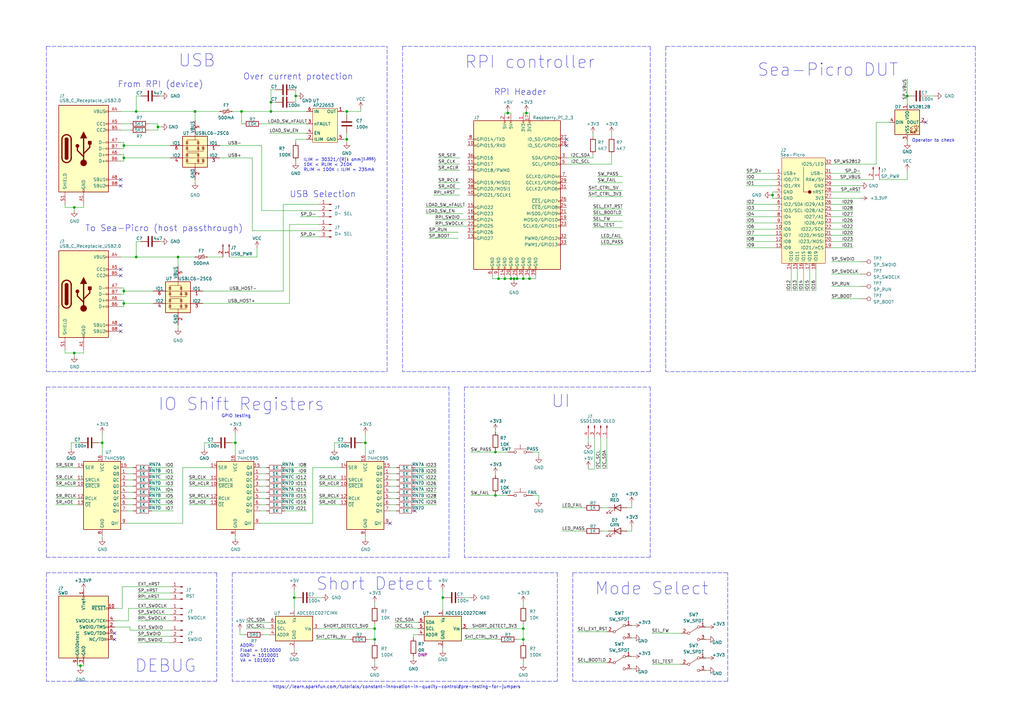
<source format=kicad_sch>
(kicad_sch (version 20211123) (generator eeschema)
  (paper "A3")
  (title_block (title "Sea-Picro Test Fixture") (date "2022-07-14") (rev "0.1") (company "Josh Johnson"))
  (junction (at 55.88 105.41))
  (junction (at 41.91 181.61))
  (junction (at 99.06 45.72))
  (junction (at 203.2 185.42))
  (junction (at 214.63 262.255))
  (junction (at 96.52 181.61))
  (junction (at 142.24 45.72))
  (junction (at 111.125 45.72))
  (junction (at 209.55 114.3))
  (junction (at 153.67 257.81))
  (junction (at 215.9 46.355))
  (junction (at 210.82 114.3))
  (junction (at 30.48 85.09))
  (junction (at 217.17 114.3))
  (junction (at 149.86 181.61))
  (junction (at 121.285 39.37))
  (junction (at 214.63 114.3))
  (junction (at 30.48 144.78))
  (junction (at 142.24 57.15))
  (junction (at 33.02 273.05))
  (junction (at 64.77 52.07))
  (junction (at 50.8 64.77))
  (junction (at 208.28 46.355))
  (junction (at 73.025 105.41))
  (junction (at 214.63 257.81))
  (junction (at 316.865 80.01))
  (junction (at 120.65 245.11))
  (junction (at 153.67 262.255))
  (junction (at 50.8 119.38))
  (junction (at 80.01 45.72))
  (junction (at 50.8 124.46))
  (junction (at 207.01 114.3))
  (junction (at 181.61 245.11))
  (junction (at 55.88 45.72))
  (junction (at 203.2 203.2))
  (junction (at 111.125 41.91))
  (junction (at 372.11 39.37))
  (junction (at 50.8 59.69))
  (junction (at 212.09 114.3))
  (junction (at 204.47 114.3))
  (no_connect (at 49.53 133.35))
  (no_connect (at 160.02 214.63))
  (no_connect (at 379.73 50.165))
  (no_connect (at 49.53 135.89))
  (no_connect (at 49.53 110.49))
  (no_connect (at 49.53 73.66))
  (no_connect (at 170.18 209.55))
  (no_connect (at 49.53 113.03))
  (no_connect (at 49.53 76.2))
  (no_connect (at 46.99 262.255))
  (no_connect (at 46.99 259.715))
  (no_connect (at 232.41 57.15))
  (no_connect (at 232.41 59.69))
  (wire (pts (xy 306.07 76.2) (xy 318.135 76.2)))
  (wire (pts (xy 74.93 214.63) (xy 74.93 191.77)))
  (wire (pts (xy 99.06 45.72) (xy 99.06 50.8)))
  (wire (pts (xy 53.34 258.445) (xy 53.34 257.175)))
  (wire (pts (xy 153.67 257.81) (xy 153.67 262.255)))
  (wire (pts (xy 201.93 114.3) (xy 204.47 114.3)))
  (wire (pts (xy 26.67 143.51) (xy 26.67 144.78)))
  (wire (pts (xy 259.08 206.375) (xy 259.08 208.28)))
  (wire (pts (xy 340.995 76.2) (xy 353.06 76.2)))
  (wire (pts (xy 50.8 118.11) (xy 50.8 119.38)))
  (wire (pts (xy 147.955 44.45) (xy 147.955 45.72)))
  (wire (pts (xy 160.02 201.93) (xy 162.56 201.93)))
  (wire (pts (xy 60.96 53.34) (xy 64.77 53.34)))
  (wire (pts (xy 189.865 245.11) (xy 193.04 245.11)))
  (wire (pts (xy 116.84 209.55) (xy 125.73 209.55)))
  (wire (pts (xy 243.205 88.265) (xy 255.27 88.265)))
  (wire (pts (xy 73.025 105.41) (xy 80.01 105.41)))
  (wire (pts (xy 203.2 185.42) (xy 208.28 185.42)))
  (wire (pts (xy 174.625 87.63) (xy 189.865 87.63)))
  (wire (pts (xy 178.435 90.17) (xy 191.77 90.17)))
  (wire (pts (xy 40.64 181.61) (xy 41.91 181.61)))
  (wire (pts (xy 50.8 66.04) (xy 49.53 66.04)))
  (wire (pts (xy 203.2 184.785) (xy 203.2 185.42)))
  (wire (pts (xy 189.865 85.09) (xy 174.625 85.09)))
  (wire (pts (xy 334.645 110.49) (xy 334.645 119.38)))
  (wire (pts (xy 99.06 45.72) (xy 111.125 45.72)))
  (wire (pts (xy 22.86 204.47) (xy 31.75 204.47)))
  (wire (pts (xy 209.55 114.3) (xy 210.82 114.3)))
  (wire (pts (xy 306.07 86.36) (xy 318.135 86.36)))
  (wire (pts (xy 175.895 95.25) (xy 187.96 95.25)))
  (wire (pts (xy 306.07 99.06) (xy 318.135 99.06)))
  (wire (pts (xy 181.61 250.19) (xy 181.61 245.11)))
  (wire (pts (xy 50.165 240.665) (xy 50.165 249.555)))
  (wire (pts (xy 116.84 207.01) (xy 125.73 207.01)))
  (polyline (pts (xy 273.05 19.05) (xy 273.05 152.4)))
  (wire (pts (xy 26.67 85.09) (xy 30.48 85.09)))
  (polyline (pts (xy 400.05 19.05) (xy 400.05 152.4)))
  (wire (pts (xy 110.49 255.27) (xy 100.965 255.27)))
  (wire (pts (xy 316.865 81.28) (xy 316.865 80.01)))
  (wire (pts (xy 181.61 245.11) (xy 182.245 245.11)))
  (wire (pts (xy 56.515 263.525) (xy 69.85 263.525)))
  (wire (pts (xy 52.705 249.555) (xy 69.85 249.555)))
  (wire (pts (xy 248.92 179.705) (xy 248.92 192.405)))
  (wire (pts (xy 111.125 41.91) (xy 113.03 41.91)))
  (wire (pts (xy 52.07 199.39) (xy 54.61 199.39)))
  (wire (pts (xy 179.705 67.31) (xy 188.595 67.31)))
  (wire (pts (xy 111.125 36.83) (xy 111.125 41.91)))
  (wire (pts (xy 96.52 219.71) (xy 96.52 220.98)))
  (polyline (pts (xy 95.25 234.95) (xy 95.25 279.4)))
  (wire (pts (xy 340.995 88.9) (xy 349.885 88.9)))
  (wire (pts (xy 128.27 214.63) (xy 128.27 191.77)))
  (wire (pts (xy 170.18 201.93) (xy 179.07 201.93)))
  (wire (pts (xy 65.405 99.06) (xy 66.04 99.06)))
  (wire (pts (xy 96.52 181.61) (xy 96.52 177.8)))
  (wire (pts (xy 116.84 199.39) (xy 125.73 199.39)))
  (wire (pts (xy 111.125 45.72) (xy 125.73 45.72)))
  (wire (pts (xy 29.21 181.61) (xy 29.21 184.15)))
  (wire (pts (xy 245.11 72.39) (xy 255.27 72.39)))
  (wire (pts (xy 116.84 204.47) (xy 125.73 204.47)))
  (wire (pts (xy 153.67 257.81) (xy 153.67 255.905)))
  (wire (pts (xy 107.315 86.36) (xy 130.81 86.36)))
  (wire (pts (xy 30.48 144.78) (xy 34.29 144.78)))
  (polyline (pts (xy 19.05 152.4) (xy 158.75 152.4)))
  (wire (pts (xy 160.02 196.85) (xy 162.56 196.85)))
  (wire (pts (xy 214.63 257.81) (xy 214.63 255.905)))
  (wire (pts (xy 50.165 249.555) (xy 46.99 249.555)))
  (wire (pts (xy 181.61 265.43) (xy 181.61 266.7)))
  (wire (pts (xy 246.38 100.33) (xy 255.27 100.33)))
  (wire (pts (xy 107.315 59.69) (xy 107.315 86.36)))
  (wire (pts (xy 316.865 78.74) (xy 318.135 78.74)))
  (wire (pts (xy 247.015 217.805) (xy 249.555 217.805)))
  (wire (pts (xy 267.335 259.715) (xy 279.4 259.715)))
  (wire (pts (xy 171.45 257.81) (xy 161.925 257.81)))
  (wire (pts (xy 212.09 113.03) (xy 212.09 114.3)))
  (wire (pts (xy 130.81 92.075) (xy 118.745 92.075)))
  (wire (pts (xy 80.01 45.72) (xy 80.01 49.53)))
  (wire (pts (xy 380.365 39.37) (xy 383.54 39.37)))
  (wire (pts (xy 178.435 92.71) (xy 191.77 92.71)))
  (wire (pts (xy 49.53 58.42) (xy 50.8 58.42)))
  (wire (pts (xy 218.44 185.42) (xy 220.98 185.42)))
  (polyline (pts (xy 190.5 158.75) (xy 266.7 158.75)))
  (wire (pts (xy 99.695 50.8) (xy 99.06 50.8)))
  (polyline (pts (xy 234.95 279.4) (xy 298.45 279.4)))
  (polyline (pts (xy 298.45 279.4) (xy 298.45 234.95)))
  (wire (pts (xy 232.41 67.31) (xy 250.825 67.31)))
  (wire (pts (xy 149.86 181.61) (xy 149.86 177.8)))
  (wire (pts (xy 169.545 261.62) (xy 169.545 260.35)))
  (wire (pts (xy 62.23 207.01) (xy 71.12 207.01)))
  (wire (pts (xy 77.47 199.39) (xy 86.36 199.39)))
  (wire (pts (xy 116.84 194.31) (xy 125.73 194.31)))
  (wire (pts (xy 219.71 114.3) (xy 219.71 113.03)))
  (wire (pts (xy 56.515 260.985) (xy 69.85 260.985)))
  (wire (pts (xy 53.34 257.175) (xy 46.99 257.175)))
  (polyline (pts (xy 88.9 234.95) (xy 88.9 279.4)))
  (wire (pts (xy 215.9 45.72) (xy 215.9 46.355)))
  (wire (pts (xy 259.08 274.32) (xy 259.715 274.32)))
  (wire (pts (xy 65.405 39.37) (xy 66.04 39.37)))
  (wire (pts (xy 120.65 36.83) (xy 121.285 36.83)))
  (wire (pts (xy 306.07 73.66) (xy 318.135 73.66)))
  (wire (pts (xy 217.17 113.03) (xy 217.17 114.3)))
  (wire (pts (xy 340.995 112.395) (xy 353.06 112.395)))
  (wire (pts (xy 128.27 191.77) (xy 139.7 191.77)))
  (wire (pts (xy 245.11 74.93) (xy 255.27 74.93)))
  (wire (pts (xy 243.84 192.405) (xy 243.84 179.705)))
  (wire (pts (xy 203.2 176.53) (xy 203.2 177.165)))
  (wire (pts (xy 179.705 69.85) (xy 188.595 69.85)))
  (wire (pts (xy 289.56 269.875) (xy 290.195 269.875)))
  (wire (pts (xy 52.07 204.47) (xy 54.61 204.47)))
  (wire (pts (xy 55.88 45.72) (xy 80.01 45.72)))
  (wire (pts (xy 214.63 114.3) (xy 217.17 114.3)))
  (wire (pts (xy 120.65 250.19) (xy 120.65 245.11)))
  (wire (pts (xy 116.84 201.93) (xy 125.73 201.93)))
  (wire (pts (xy 215.9 46.355) (xy 217.17 46.355)))
  (polyline (pts (xy 266.7 152.4) (xy 165.1 152.4)))
  (wire (pts (xy 49.53 45.72) (xy 55.88 45.72)))
  (wire (pts (xy 208.28 46.355) (xy 209.55 46.355)))
  (wire (pts (xy 142.24 54.61) (xy 142.24 57.15)))
  (wire (pts (xy 214.63 46.355) (xy 215.9 46.355)))
  (wire (pts (xy 123.19 97.155) (xy 130.81 97.155)))
  (polyline (pts (xy 165.1 19.05) (xy 165.1 152.4)))
  (wire (pts (xy 96.52 186.69) (xy 96.52 181.61)))
  (wire (pts (xy 53.34 53.34) (xy 49.53 53.34)))
  (wire (pts (xy 103.505 94.615) (xy 103.505 64.77)))
  (wire (pts (xy 66.04 52.07) (xy 64.77 52.07)))
  (wire (pts (xy 130.81 196.85) (xy 139.7 196.85)))
  (wire (pts (xy 259.08 269.24) (xy 259.715 269.24)))
  (wire (pts (xy 207.01 113.03) (xy 207.01 114.3)))
  (wire (pts (xy 130.81 207.01) (xy 139.7 207.01)))
  (wire (pts (xy 243.205 64.77) (xy 243.205 63.5)))
  (polyline (pts (xy 273.05 19.05) (xy 400.05 19.05)))
  (wire (pts (xy 55.88 99.06) (xy 55.88 105.41)))
  (wire (pts (xy 31.75 272.415) (xy 31.75 273.05)))
  (wire (pts (xy 41.91 186.69) (xy 41.91 181.61)))
  (wire (pts (xy 62.23 209.55) (xy 71.12 209.55)))
  (wire (pts (xy 306.07 88.9) (xy 318.135 88.9)))
  (wire (pts (xy 212.09 114.3) (xy 214.63 114.3)))
  (wire (pts (xy 218.44 203.2) (xy 220.98 203.2)))
  (wire (pts (xy 160.02 191.77) (xy 162.56 191.77)))
  (wire (pts (xy 236.855 271.78) (xy 248.92 271.78)))
  (wire (pts (xy 214.63 113.03) (xy 214.63 114.3)))
  (wire (pts (xy 340.995 122.555) (xy 353.06 122.555)))
  (wire (pts (xy 62.23 204.47) (xy 71.12 204.47)))
  (wire (pts (xy 106.68 194.31) (xy 109.22 194.31)))
  (wire (pts (xy 52.705 254.635) (xy 52.705 249.555)))
  (wire (pts (xy 56.515 243.205) (xy 69.85 243.205)))
  (wire (pts (xy 267.335 272.415) (xy 279.4 272.415)))
  (wire (pts (xy 83.185 119.38) (xy 116.205 119.38)))
  (wire (pts (xy 106.68 204.47) (xy 109.22 204.47)))
  (wire (pts (xy 153.67 247.015) (xy 153.67 248.285)))
  (wire (pts (xy 217.17 114.3) (xy 219.71 114.3)))
  (wire (pts (xy 209.55 113.03) (xy 209.55 114.3)))
  (wire (pts (xy 207.01 114.3) (xy 209.55 114.3)))
  (wire (pts (xy 214.63 46.355) (xy 214.63 46.99)))
  (wire (pts (xy 306.07 96.52) (xy 318.135 96.52)))
  (wire (pts (xy 31.75 273.05) (xy 33.02 273.05)))
  (polyline (pts (xy 19.05 158.75) (xy 184.15 158.75)))
  (wire (pts (xy 220.98 185.42) (xy 220.98 187.325)))
  (wire (pts (xy 203.2 203.2) (xy 208.28 203.2)))
  (wire (pts (xy 250.825 54.61) (xy 250.825 55.88)))
  (wire (pts (xy 22.86 207.01) (xy 31.75 207.01)))
  (wire (pts (xy 170.18 191.77) (xy 179.07 191.77)))
  (wire (pts (xy 50.8 124.46) (xy 62.865 124.46)))
  (wire (pts (xy 49.53 105.41) (xy 55.88 105.41)))
  (wire (pts (xy 128.905 245.11) (xy 132.08 245.11)))
  (wire (pts (xy 41.91 219.71) (xy 41.91 220.98)))
  (wire (pts (xy 340.995 101.6) (xy 349.885 101.6)))
  (wire (pts (xy 55.88 99.06) (xy 57.785 99.06)))
  (wire (pts (xy 77.47 207.01) (xy 86.36 207.01)))
  (wire (pts (xy 60.96 50.8) (xy 64.77 50.8)))
  (wire (pts (xy 149.86 219.71) (xy 149.86 220.98)))
  (polyline (pts (xy 234.95 234.95) (xy 234.95 279.4)))
  (wire (pts (xy 98.425 258.445) (xy 98.425 260.35)))
  (wire (pts (xy 130.81 257.81) (xy 153.67 257.81)))
  (wire (pts (xy 120.65 241.935) (xy 120.65 245.11)))
  (wire (pts (xy 106.68 199.39) (xy 109.22 199.39)))
  (wire (pts (xy 123.19 88.9) (xy 130.81 88.9)))
  (wire (pts (xy 52.07 201.93) (xy 54.61 201.93)))
  (wire (pts (xy 316.23 80.01) (xy 316.865 80.01)))
  (wire (pts (xy 87.63 181.61) (xy 83.82 181.61)))
  (wire (pts (xy 56.515 245.745) (xy 69.85 245.745)))
  (wire (pts (xy 177.8 80.01) (xy 188.595 80.01)))
  (wire (pts (xy 129.54 262.255) (xy 143.51 262.255)))
  (wire (pts (xy 289.56 274.955) (xy 290.195 274.955)))
  (polyline (pts (xy 19.05 158.75) (xy 19.05 228.6)))
  (wire (pts (xy 83.185 124.46) (xy 118.745 124.46)))
  (wire (pts (xy 247.015 208.28) (xy 249.555 208.28)))
  (wire (pts (xy 118.745 92.075) (xy 118.745 124.46)))
  (wire (pts (xy 50.8 64.77) (xy 50.8 66.04)))
  (wire (pts (xy 214.63 262.255) (xy 214.63 263.525)))
  (wire (pts (xy 306.07 93.98) (xy 318.135 93.98)))
  (wire (pts (xy 306.07 101.6) (xy 318.135 101.6)))
  (wire (pts (xy 190.5 262.255) (xy 204.47 262.255)))
  (wire (pts (xy 116.205 119.38) (xy 116.205 83.82)))
  (wire (pts (xy 22.86 196.85) (xy 31.75 196.85)))
  (wire (pts (xy 121.285 39.37) (xy 121.285 36.83)))
  (polyline (pts (xy 266.7 19.05) (xy 266.7 152.4)))
  (wire (pts (xy 50.8 63.5) (xy 50.8 64.77)))
  (wire (pts (xy 30.48 146.05) (xy 30.48 144.78)))
  (wire (pts (xy 372.11 57.785) (xy 372.11 58.42)))
  (wire (pts (xy 340.995 73.66) (xy 358.14 73.66)))
  (wire (pts (xy 170.18 204.47) (xy 179.07 204.47)))
  (wire (pts (xy 116.84 191.77) (xy 125.73 191.77)))
  (wire (pts (xy 50.8 124.46) (xy 50.8 125.73)))
  (wire (pts (xy 34.29 85.09) (xy 34.29 83.82)))
  (wire (pts (xy 340.995 86.36) (xy 349.885 86.36)))
  (wire (pts (xy 34.29 144.78) (xy 34.29 143.51)))
  (wire (pts (xy 340.995 107.315) (xy 353.06 107.315)))
  (wire (pts (xy 106.68 201.93) (xy 109.22 201.93)))
  (polyline (pts (xy 19.05 228.6) (xy 184.15 228.6)))
  (wire (pts (xy 26.67 83.82) (xy 26.67 85.09)))
  (wire (pts (xy 241.3 80.645) (xy 255.27 80.645)))
  (wire (pts (xy 306.07 91.44) (xy 318.135 91.44)))
  (wire (pts (xy 93.98 105.41) (xy 105.41 105.41)))
  (wire (pts (xy 246.38 97.79) (xy 255.27 97.79)))
  (wire (pts (xy 153.67 271.145) (xy 153.67 272.415)))
  (wire (pts (xy 121.285 39.37) (xy 121.92 39.37)))
  (wire (pts (xy 33.02 181.61) (xy 29.21 181.61)))
  (polyline (pts (xy 266.7 158.75) (xy 266.7 228.6)))
  (wire (pts (xy 160.02 199.39) (xy 162.56 199.39)))
  (wire (pts (xy 372.11 69.85) (xy 372.11 73.66)))
  (wire (pts (xy 340.995 71.12) (xy 353.06 71.12)))
  (polyline (pts (xy 228.6 234.95) (xy 228.6 279.4)))
  (wire (pts (xy 50.8 59.69) (xy 50.8 60.96)))
  (wire (pts (xy 130.81 204.47) (xy 139.7 204.47)))
  (wire (pts (xy 50.8 119.38) (xy 62.865 119.38)))
  (wire (pts (xy 364.49 50.165) (xy 359.41 50.165)))
  (wire (pts (xy 50.8 60.96) (xy 49.53 60.96)))
  (wire (pts (xy 372.11 32.385) (xy 372.11 39.37)))
  (wire (pts (xy 33.02 273.05) (xy 33.02 273.685)))
  (wire (pts (xy 111.125 41.91) (xy 111.125 45.72)))
  (wire (pts (xy 90.17 64.77) (xy 103.505 64.77)))
  (polyline (pts (xy 190.5 158.75) (xy 190.5 228.6)))
  (wire (pts (xy 169.545 269.24) (xy 169.545 269.875)))
  (wire (pts (xy 181.61 241.935) (xy 181.61 245.11)))
  (wire (pts (xy 50.165 240.665) (xy 69.85 240.665)))
  (wire (pts (xy 160.02 209.55) (xy 162.56 209.55)))
  (wire (pts (xy 327.025 110.49) (xy 327.025 119.38)))
  (polyline (pts (xy 184.15 228.6) (xy 184.15 158.75)))
  (wire (pts (xy 230.505 217.805) (xy 239.395 217.805)))
  (wire (pts (xy 318.135 81.28) (xy 316.865 81.28)))
  (wire (pts (xy 160.02 194.31) (xy 162.56 194.31)))
  (wire (pts (xy 204.47 113.03) (xy 204.47 114.3)))
  (wire (pts (xy 106.68 196.85) (xy 109.22 196.85)))
  (wire (pts (xy 316.865 80.01) (xy 316.865 78.74)))
  (wire (pts (xy 210.82 114.3) (xy 210.82 114.935)))
  (wire (pts (xy 193.04 203.2) (xy 203.2 203.2)))
  (wire (pts (xy 142.24 57.15) (xy 140.97 57.15)))
  (wire (pts (xy 340.995 117.475) (xy 353.06 117.475)))
  (polyline (pts (xy 19.05 19.05) (xy 158.75 19.05)))
  (wire (pts (xy 77.47 196.85) (xy 86.36 196.85)))
  (wire (pts (xy 46.99 254.635) (xy 52.705 254.635)))
  (wire (pts (xy 148.59 181.61) (xy 149.86 181.61)))
  (wire (pts (xy 26.67 144.78) (xy 30.48 144.78)))
  (wire (pts (xy 73.025 133.35) (xy 73.025 134.62)))
  (wire (pts (xy 80.01 45.72) (xy 90.17 45.72)))
  (wire (pts (xy 360.68 73.66) (xy 372.11 73.66)))
  (wire (pts (xy 171.45 255.27) (xy 161.925 255.27)))
  (wire (pts (xy 236.855 259.08) (xy 248.92 259.08)))
  (polyline (pts (xy 228.6 279.4) (xy 95.25 279.4)))
  (wire (pts (xy 50.8 125.73) (xy 49.53 125.73)))
  (wire (pts (xy 120.65 245.11) (xy 121.285 245.11)))
  (wire (pts (xy 62.23 201.93) (xy 71.12 201.93)))
  (wire (pts (xy 259.08 261.62) (xy 259.715 261.62)))
  (wire (pts (xy 332.105 110.49) (xy 332.105 119.38)))
  (wire (pts (xy 329.565 110.49) (xy 329.565 119.38)))
  (wire (pts (xy 259.08 215.9) (xy 259.08 217.805)))
  (wire (pts (xy 201.93 113.03) (xy 201.93 114.3)))
  (wire (pts (xy 116.84 196.85) (xy 125.73 196.85)))
  (wire (pts (xy 62.23 194.31) (xy 71.12 194.31)))
  (wire (pts (xy 49.53 123.19) (xy 50.8 123.19)))
  (wire (pts (xy 50.8 64.77) (xy 69.85 64.77)))
  (wire (pts (xy 22.86 191.77) (xy 31.75 191.77)))
  (wire (pts (xy 160.02 204.47) (xy 162.56 204.47)))
  (wire (pts (xy 41.91 181.61) (xy 41.91 177.8)))
  (polyline (pts (xy 19.05 234.95) (xy 88.9 234.95)))
  (wire (pts (xy 142.24 45.72) (xy 142.24 46.99)))
  (wire (pts (xy 62.23 191.77) (xy 71.12 191.77)))
  (wire (pts (xy 142.24 45.72) (xy 147.955 45.72)))
  (wire (pts (xy 50.8 120.65) (xy 49.53 120.65)))
  (wire (pts (xy 137.16 181.61) (xy 137.16 184.15)))
  (wire (pts (xy 232.41 64.77) (xy 243.205 64.77)))
  (wire (pts (xy 340.995 67.31) (xy 359.41 67.31)))
  (wire (pts (xy 85.09 105.41) (xy 91.44 105.41)))
  (wire (pts (xy 34.29 273.05) (xy 34.29 272.415)))
  (wire (pts (xy 30.48 85.09) (xy 34.29 85.09)))
  (wire (pts (xy 241.3 192.405) (xy 243.84 192.405)))
  (wire (pts (xy 306.07 71.12) (xy 318.135 71.12)))
  (polyline (pts (xy 400.05 152.4) (xy 273.05 152.4)))
  (wire (pts (xy 77.47 204.47) (xy 86.36 204.47)))
  (polyline (pts (xy 266.7 228.6) (xy 190.5 228.6)))
  (wire (pts (xy 128.27 214.63) (xy 106.68 214.63)))
  (wire (pts (xy 55.88 105.41) (xy 73.025 105.41)))
  (wire (pts (xy 340.995 81.28) (xy 353.06 81.28)))
  (wire (pts (xy 340.995 96.52) (xy 349.885 96.52)))
  (wire (pts (xy 52.07 191.77) (xy 54.61 191.77)))
  (wire (pts (xy 193.04 185.42) (xy 203.2 185.42)))
  (wire (pts (xy 243.205 85.725) (xy 255.27 85.725)))
  (wire (pts (xy 22.86 199.39) (xy 31.75 199.39)))
  (wire (pts (xy 95.25 45.72) (xy 99.06 45.72)))
  (wire (pts (xy 140.97 181.61) (xy 137.16 181.61)))
  (wire (pts (xy 372.11 39.37) (xy 372.11 42.545)))
  (wire (pts (xy 246.38 179.705) (xy 246.38 192.405)))
  (wire (pts (xy 204.47 114.3) (xy 207.01 114.3)))
  (wire (pts (xy 207.01 46.355) (xy 207.01 46.99)))
  (wire (pts (xy 64.77 50.8) (xy 64.77 52.07)))
  (polyline (pts (xy 19.05 19.05) (xy 19.05 152.4)))
  (wire (pts (xy 142.24 58.42) (xy 142.24 57.15)))
  (wire (pts (xy 170.18 199.39) (xy 179.07 199.39)))
  (wire (pts (xy 74.93 191.77) (xy 86.36 191.77)))
  (wire (pts (xy 52.07 194.31) (xy 54.61 194.31)))
  (wire (pts (xy 257.175 217.805) (xy 259.08 217.805)))
  (wire (pts (xy 55.88 39.37) (xy 55.88 45.72)))
  (wire (pts (xy 106.68 209.55) (xy 109.22 209.55)))
  (wire (pts (xy 217.17 46.355) (xy 217.17 46.99)))
  (wire (pts (xy 49.53 118.11) (xy 50.8 118.11)))
  (wire (pts (xy 33.02 273.05) (xy 34.29 273.05)))
  (wire (pts (xy 52.07 209.55) (xy 54.61 209.55)))
  (wire (pts (xy 170.18 194.31) (xy 179.07 194.31)))
  (wire (pts (xy 107.315 50.8) (xy 125.73 50.8)))
  (wire (pts (xy 340.995 83.82) (xy 349.885 83.82)))
  (wire (pts (xy 52.07 214.63) (xy 74.93 214.63)))
  (wire (pts (xy 50.8 123.19) (xy 50.8 124.46)))
  (wire (pts (xy 64.77 52.07) (xy 64.77 53.34)))
  (wire (pts (xy 169.545 260.35) (xy 171.45 260.35)))
  (wire (pts (xy 153.67 262.255) (xy 153.67 263.525)))
  (wire (pts (xy 73.025 105.41) (xy 73.025 109.22)))
  (polyline (pts (xy 234.95 234.95) (xy 298.45 234.95)))
  (wire (pts (xy 170.18 207.01) (xy 179.07 207.01)))
  (wire (pts (xy 257.175 208.28) (xy 259.08 208.28)))
  (wire (pts (xy 52.07 207.01) (xy 54.61 207.01)))
  (wire (pts (xy 49.53 63.5) (xy 50.8 63.5)))
  (wire (pts (xy 243.205 93.345) (xy 255.27 93.345)))
  (wire (pts (xy 113.03 36.83) (xy 111.125 36.83)))
  (wire (pts (xy 289.56 257.175) (xy 290.195 257.175)))
  (polyline (pts (xy 88.9 279.4) (xy 19.05 279.4)))
  (wire (pts (xy 107.95 260.35) (xy 110.49 260.35)))
  (wire (pts (xy 214.63 247.015) (xy 214.63 248.285)))
  (polyline (pts (xy 19.05 234.95) (xy 19.05 279.4)))
  (wire (pts (xy 179.705 77.47) (xy 188.595 77.47)))
  (wire (pts (xy 359.41 50.165) (xy 359.41 67.31)))
  (wire (pts (xy 151.13 262.255) (xy 153.67 262.255)))
  (wire (pts (xy 372.11 39.37) (xy 372.745 39.37)))
  (wire (pts (xy 214.63 257.81) (xy 214.63 262.255)))
  (wire (pts (xy 170.18 196.85) (xy 179.07 196.85)))
  (wire (pts (xy 121.285 66.04) (xy 121.285 66.675)))
  (wire (pts (xy 50.8 58.42) (xy 50.8 59.69)))
  (wire (pts (xy 62.23 199.39) (xy 71.12 199.39)))
  (wire (pts (xy 121.285 57.15) (xy 125.73 57.15)))
  (wire (pts (xy 340.995 91.44) (xy 349.885 91.44)))
  (wire (pts (xy 83.82 181.61) (xy 83.82 184.15)))
  (wire (pts (xy 121.285 39.37) (xy 121.285 41.91)))
  (polyline (pts (xy 165.1 19.05) (xy 266.7 19.05)))
  (wire (pts (xy 209.55 46.355) (xy 209.55 46.99)))
  (wire (pts (xy 56.515 252.095) (xy 69.85 252.095)))
  (wire (pts (xy 191.77 257.81) (xy 214.63 257.81)))
  (wire (pts (xy 210.82 114.3) (xy 212.09 114.3)))
  (wire (pts (xy 120.65 265.43) (xy 120.65 266.7)))
  (wire (pts (xy 120.65 41.91) (xy 121.285 41.91)))
  (wire (pts (xy 90.17 59.69) (xy 107.315 59.69)))
  (wire (pts (xy 62.23 196.85) (xy 71.12 196.85)))
  (wire (pts (xy 230.505 208.28) (xy 239.395 208.28)))
  (wire (pts (xy 140.97 45.72) (xy 142.24 45.72)))
  (wire (pts (xy 53.34 258.445) (xy 69.85 258.445)))
  (wire (pts (xy 340.995 99.06) (xy 349.885 99.06)))
  (wire (pts (xy 95.25 181.61) (xy 96.52 181.61)))
  (wire (pts (xy 203.2 202.565) (xy 203.2 203.2)))
  (wire (pts (xy 106.68 207.01) (xy 109.22 207.01)))
  (wire (pts (xy 130.81 199.39) (xy 139.7 199.39)))
  (wire (pts (xy 259.08 256.54) (xy 259.715 256.54)))
  (wire (pts (xy 214.63 271.145) (xy 214.63 272.415)))
  (wire (pts (xy 324.485 110.49) (xy 324.485 119.38)))
  (wire (pts (xy 100.33 260.35) (xy 98.425 260.35)))
  (polyline (pts (xy 95.25 234.95) (xy 228.6 234.95)))
  (wire (pts (xy 208.28 45.72) (xy 208.28 46.355)))
  (wire (pts (xy 243.205 54.61) (xy 243.205 55.88)))
  (wire (pts (xy 179.705 74.93) (xy 188.595 74.93)))
  (wire (pts (xy 50.8 119.38) (xy 50.8 120.65)))
  (wire (pts (xy 110.49 54.61) (xy 125.73 54.61)))
  (wire (pts (xy 105.41 101.6) (xy 105.41 105.41)))
  (wire (pts (xy 30.48 86.36) (xy 30.48 85.09)))
  (wire (pts (xy 203.2 194.31) (xy 203.2 194.945)))
  (wire (pts (xy 53.34 50.8) (xy 49.53 50.8)))
  (wire (pts (xy 116.205 83.82) (xy 130.81 83.82)))
  (wire (pts (xy 175.895 97.79) (xy 187.96 97.79)))
  (wire (pts (xy 306.07 83.82) (xy 318.135 83.82)))
  (wire (pts (xy 56.515 254.635) (xy 69.85 254.635)))
  (wire (pts (xy 149.86 186.69) (xy 149.86 181.61)))
  (wire (pts (xy 220.98 203.2) (xy 220.98 205.105)))
  (wire (pts (xy 110.49 257.81) (xy 100.965 257.81)))
  (wire (pts (xy 130.81 94.615) (xy 103.505 94.615)))
  (wire (pts (xy 208.28 46.355) (xy 207.01 46.355)))
  (wire (pts (xy 241.3 179.705) (xy 241.3 181.61)))
  (polyline (pts (xy 158.75 152.4) (xy 158.75 19.05)))
  (wire (pts (xy 289.56 262.255) (xy 290.195 262.255)))
  (wire (pts (xy 55.88 39.37) (xy 57.785 39.37)))
  (wire (pts (xy 241.3 78.105) (xy 255.27 78.105)))
  (wire (pts (xy 179.705 64.77) (xy 188.595 64.77)))
  (wire (pts (xy 80.01 73.66) (xy 80.01 74.93)))
  (wire (pts (xy 106.68 191.77) (xy 109.22 191.77)))
  (wire (pts (xy 212.09 262.255) (xy 214.63 262.255)))
  (wire (pts (xy 241.3 191.77) (xy 241.3 192.405)))
  (wire (pts (xy 52.07 196.85) (xy 54.61 196.85)))
  (wire (pts (xy 50.8 59.69) (xy 69.85 59.69)))
  (wire (pts (xy 250.825 63.5) (xy 250.825 67.31)))
  (wire (pts (xy 243.205 90.805) (xy 255.27 90.805)))
  (wire (pts (xy 121.285 58.42) (xy 121.285 57.15)))
  (wire (pts (xy 340.995 93.98) (xy 349.885 93.98)))
  (wire (pts (xy 160.02 207.01) (xy 162.56 207.01)))
  (wire (pts (xy 340.995 78.74) (xy 353.06 78.74)))
  (text "Operator to check" (at 374.015 58.42 0) (effects (font (size 1.27 1.27)) (justify left bottom)))
  (text "ILIM = 30321/(R[k ohm]^{1.055})\n10K < RLIM < 210K\nRLIM = 100K : ILIM = 235mA" (at 124.46 70.485 0) (effects (font (size 1.27 1.27)) (justify left bottom)))
  (text "Short Detect" (at 129.54 242.57 0) (effects (font (size 5.08 5.08)) (justify left bottom)))
  (text "GPIO testing" (at 90.805 171.45 0) (effects (font (size 1.27 1.27)) (justify left bottom)))
  (text "RPI Header" (at 202.565 39.37 0) (effects (font (size 2.54 2.54)) (justify left bottom)))
  (text "DEBUG" (at 55.245 276.225 0) (effects (font (size 5.08 5.08)) (justify left bottom)))
  (text "Sea-Picro DUT" (at 310.515 31.75 0) (effects (font (size 5.08 5.08)) (justify left bottom)))
  (text "Mode Select" (at 243.84 244.475 0) (effects (font (size 5.08 5.08)) (justify left bottom)))
  (text "RPI controller" (at 190.5 28.575 0) (effects (font (size 5.08 5.08)) (justify left bottom)))
  (text "https://learn.sparkfun.com/tutorials/constant-innovation-in-quality-control#pre-testing-for-jumpers" (at 111.76 282.575 0) (effects (font (size 1.27 1.27)) (justify left bottom)))
  (text "ADDR:\nFloat = 1010000\nGND = 1010001\nVA = 1010010" (at 98.425 271.78 0) (effects (font (size 1.27 1.27)) (justify left bottom)))
  (text "USB" (at 73.025 27.94 0) (effects (font (size 5.08 5.08)) (justify left bottom)))
  (text "UI" (at 226.06 167.64 0) (effects (font (size 5.08 5.08)) (justify left bottom)))
  (text "IO Shift Registers" (at 64.77 168.91 0) (effects (font (size 5.08 5.08)) (justify left bottom)))
  (text "From RPI (device)" (at 48.26 36.195 0) (effects (font (size 2.54 2.54)) (justify left bottom)))
  (text "To Sea-Picro (host passthrough)" (at 34.925 95.25 0) (effects (font (size 2.54 2.54)) (justify left bottom)))
  (text "USB Selection" (at 118.745 81.28 0) (effects (font (size 2.54 2.54)) (justify left bottom)))
  (text "Over current protection" (at 99.695 33.02 0) (effects (font (size 2.54 2.54)) (justify left bottom)))
  (label "SHT_CTRL_5V" (at 129.54 262.255 0))
  (label "IO6" (at 71.12 207.01 180))
  (label "IO1" (at 71.12 194.31 180))
  (label "LED_FAIL" (at 246.38 97.79 0))
  (label "IO7" (at 306.07 96.52 0))
  (label "IO22" (at 349.885 93.98 180))
  (label "IO5" (at 306.07 91.44 0))
  (label "SP_D+" (at 306.07 71.12 0))
  (label "IO28" (at 349.885 86.36 180))
  (label "IO16" (at 125.73 207.01 180))
  (label "IO0" (at 71.12 191.77 180))
  (label "SEL_TEST" (at 243.205 93.345 0))
  (label "IO2" (at 306.07 83.82 0))
  (label "IO1" (at 306.07 76.2 0))
  (label "SHT_CTRL_3V3" (at 241.3 80.645 0))
  (label "IO15" (at 125.73 204.47 180))
  (label "IO29" (at 349.885 83.82 180))
  (label "IO3" (at 71.12 199.39 180))
  (label "IO7" (at 71.12 209.55 180))
  (label "IO12" (at 125.73 196.85 180))
  (label "USB_HOST+" (at 93.345 124.46 0))
  (label "SP_SWDCLK" (at 340.995 112.395 0))
  (label "IO4" (at 306.07 88.9 0))
  (label "USB-" (at 99.06 59.69 180))
  (label "SP_VBUS" (at 353.06 73.66 180))
  (label "USB_HOST-" (at 93.98 119.38 0))
  (label "SEL_EXT_RST" (at 236.855 259.08 0))
  (label "IO8" (at 125.73 191.77 180))
  (label "IO26" (at 179.07 199.39 180))
  (label "RPI_SWDIO" (at 178.435 90.17 0))
  (label "SR_CLK" (at 77.47 196.85 0))
  (label "I2C_SCL" (at 246.38 192.405 90))
  (label "SP_nRST" (at 56.515 243.205 0))
  (label "IO14" (at 125.73 201.93 180))
  (label "SR_RCLK" (at 22.86 204.47 0))
  (label "SEL_EXT_RST" (at 243.205 85.725 0))
  (label "IO6" (at 306.07 93.98 0))
  (label "IO2" (at 71.12 196.85 180))
  (label "RPI_SWDCLK" (at 178.435 92.71 0))
  (label "LOAD_SW_EN" (at 174.625 87.63 0))
  (label "SR_CLK" (at 130.81 196.85 0))
  (label "SHT_CTRL_5V" (at 241.3 78.105 0))
  (label "EXT_nRST" (at 56.515 240.665 0))
  (label "EXT_SWDIO" (at 56.515 258.445 0))
  (label "IO20" (at 349.885 96.52 180))
  (label "RPI_nRST" (at 56.515 245.745 0))
  (label "SR_RCLK" (at 179.705 74.93 0))
  (label "SHORT_DETECT_3V3" (at 212.09 257.81 180))
  (label "SW_FAIL" (at 193.04 203.2 0))
  (label "IO9" (at 306.07 101.6 0))
  (label "I2C_SDA" (at 241.935 64.77 180))
  (label "IO29" (at 179.07 207.01 180))
  (label "IO16" (at 334.645 119.38 90))
  (label "IO9" (at 125.73 194.31 180))
  (label "SEL_FW" (at 267.335 259.715 0))
  (label "SR_nCLR" (at 130.81 199.39 0))
  (label "SR_SER" (at 179.705 64.77 0))
  (label "SP_nRST" (at 353.06 78.74 180))
  (label "IO12" (at 324.485 119.38 90))
  (label "SW_FAIL" (at 245.11 74.93 0))
  (label "EXT_SWDCLK" (at 56.515 249.555 0))
  (label "SP_WS2812" (at 353.06 67.31 180))
  (label "IO0" (at 306.07 73.66 0))
  (label "SEL_BOOTLD" (at 243.205 88.265 0))
  (label "RPI_SWDCLK" (at 56.515 254.635 0))
  (label "SEL_TEST" (at 267.335 272.415 0))
  (label "SR_nCLR" (at 179.705 69.85 0))
  (label "IO26" (at 349.885 91.44 180))
  (label "RPI_SWDIO" (at 56.515 263.525 0))
  (label "SP_D-" (at 123.19 88.9 0))
  (label "IO15" (at 332.105 119.38 90))
  (label "IO23" (at 179.07 191.77 180))
  (label "SP_BOOT" (at 175.895 97.79 0))
  (label "SR_nOE" (at 130.81 207.01 0))
  (label "SP_RUN" (at 340.995 117.475 0))
  (label "IO3" (at 306.07 86.36 0))
  (label "SR_nCLR" (at 22.86 199.39 0))
  (label "IO22" (at 179.07 196.85 180))
  (label "SP_SWDCLK" (at 56.515 252.095 0))
  (label "IO14" (at 329.565 119.38 90))
  (label "SEL_FW" (at 243.205 90.805 0))
  (label "IO27" (at 349.885 88.9 180))
  (label "I2C_SCL" (at 241.935 67.31 180))
  (label "I2C_SCL" (at 100.965 257.81 0))
  (label "IO8" (at 306.07 99.06 0))
  (label "IO21" (at 349.885 101.6 180))
  (label "LOAD_SW_nFAULT" (at 174.625 85.09 0))
  (label "SP_D+" (at 123.19 97.155 0))
  (label "I2C_SDA" (at 100.965 255.27 0))
  (label "SR_nOE" (at 22.86 207.01 0))
  (label "SW_PASS" (at 245.11 72.39 0))
  (label "SR_CLK" (at 179.705 67.31 0))
  (label "IO5" (at 71.12 204.47 180))
  (label "IO21" (at 125.73 209.55 180))
  (label "IO13" (at 327.025 119.38 90))
  (label "SR_nCLR" (at 77.47 199.39 0))
  (label "USB+" (at 99.06 64.77 180))
  (label "IO28" (at 179.07 204.47 180))
  (label "LOAD_SW_nFAULT" (at 109.855 50.8 0))
  (label "SP_BOOT" (at 340.995 122.555 0))
  (label "SP_RUN" (at 175.895 95.25 0))
  (label "SP_VBUS" (at 372.11 32.385 270))
  (label "SHORT_DETECT_5V0" (at 151.13 257.81 180))
  (label "SEL_BOOTLD" (at 236.855 271.78 0))
  (label "SR_SER" (at 22.86 191.77 0))
  (label "SR_CLK" (at 22.86 196.85 0))
  (label "IO4" (at 71.12 201.93 180))
  (label "IO20" (at 179.07 194.31 180))
  (label "I2C_SCL" (at 161.925 257.81 0))
  (label "SHT_CTRL_3V3" (at 190.5 262.255 0))
  (label "LED_PASS" (at 230.505 217.805 0))
  (label "SR_nOE" (at 77.47 207.01 0))
  (label "SP_D-" (at 353.06 71.12 180))
  (label "SW_PASS" (at 193.04 185.42 0))
  (label "I2C_SDA" (at 161.925 255.27 0))
  (label "SR_RCLK" (at 130.81 204.47 0))
  (label "IO13" (at 125.73 199.39 180))
  (label "RPI_nRST" (at 177.8 80.01 0))
  (label "SR_RCLK" (at 77.47 204.47 0))
  (label "I2C_SDA" (at 248.92 192.405 90))
  (label "IO23" (at 349.885 99.06 180))
  (label "LED_FAIL" (at 230.505 208.28 0))
  (label "SP_SWDIO" (at 56.515 260.985 0))
  (label "IO27" (at 179.07 201.93 180))
  (label "SP_SWDIO" (at 340.995 107.315 0))
  (label "SR_nOE" (at 179.705 77.47 0))
  (label "LOAD_SW_EN" (at 110.49 54.61 0))
  (label "LED_PASS" (at 246.38 100.33 0))
  (symbol (lib_id "power:GND") (at 259.715 261.62 90) (unit 1)
    (property "Reference" "#PWR?" (effects hide))
    (property "Value" "GND" (at 261.62 262.89 90) (effects (justify right)))
  )
  (symbol (lib_id "power:GND") (at 214.63 272.415 0) (unit 1)
    (property "Reference" "#PWR?" (effects hide))
    (property "Value" "GND" (at 214.63 276.86 0))
  )
  (symbol (lib_id "power:GND") (at 83.82 184.15 0) (unit 1)
    (property "Reference" "#PWR?" (effects hide))
    (property "Value" "GND" (at 83.82 187.96 0))
  )
  (symbol (lib_id "power:+3V3") (at 259.08 206.375 0) (unit 1)
    (property "Reference" "#PWR?" (effects hide))
    (property "Value" "+3V3" (at 259.08 202.565 0))
  )
  (symbol (lib_id "Device:R") (at 203.2 198.755 0) (unit 1)
    (property "Reference" "R?" (at 205.105 197.4849 0) (effects (justify left)))
    (property "Value" "10K" (at 205.105 200.0249 0) (effects (justify left)))
  )
  (symbol (lib_id "josh-ic:USBLC6-2SC6") (at 73.025 121.92 0) (mirror y) (unit 1)
    (property "Reference" "U?" (at 67.945 114.3 0) (effects (justify right)))
    (property "Value" "USBLC6-2SC6" (at 73.025 114.3 0) (effects (justify right)))
    (property "Footprint" "Package_TO_SOT_SMD:SOT-23-6" (effects hide))
    (property "Datasheet" "http://www2.st.com/resource/en/datasheet/CD00050750.pdf" (effects hide))
  )
  (symbol (lib_id "Connector:Conn_01x03_Male") (at 74.93 260.985 0) (mirror y) (unit 1)
    (property "Reference" "J?" (at 76.835 259.7149 0) (effects (justify right)))
    (property "Value" "SWDIO" (at 76.835 262.2549 0) (effects (justify right)))
  )
  (symbol (lib_id "Device:Polyfuse_Small") (at 82.55 105.41 270) (unit 1)
    (property "Reference" "F?" (at 82.55 102.87 90))
    (property "Value" "500mA" (at 82.55 107.95 90))
    (property "Footprint" "josh-passives-smt:Fuse_0603_1608Metric" (effects hide))
    (property "LCSC" "C210357" (effects hide))
    (property "MPN " "MF-FSMF050X-2" (effects hide))
    (property "Manufacturer" "BOURNS" (effects hide))
  )
  (symbol (lib_id "power:GND") (at 290.195 274.955 90) (unit 1)
    (property "Reference" "#PWR?" (effects hide))
    (property "Value" "GND" (at 292.1 276.225 90) (effects (justify right)))
  )
  (symbol (lib_id "Device:R") (at 57.15 50.8 270) (unit 1)
    (property "Reference" "R?" (at 57.15 48.26 90))
    (property "Value" "5K1" (at 57.15 50.8 90))
    (property "Footprint" "Resistor_SMD:R_0603_1608Metric" (effects hide))
    (property "LCSC" "C25905" (effects hide))
    (property "MPN " "0402WGF5101TCE" (effects hide))
    (property "Manufacturer" "UNI-ROYAL(Uniroyal Elec)" (effects hide))
  )
  (symbol (lib_id "Device:C") (at 91.44 181.61 270) (unit 1)
    (property "Reference" "C?" (at 86.36 180.34 90))
    (property "Value" "100n" (at 87.63 182.88 90))
    (property "Footprint" "Capacitor_SMD:C_0603_1608Metric" (effects hide))
  )
  (symbol (lib_id "Switch:SW_SPDT") (at 254 259.08 0) (unit 1)
    (property "Reference" "SW?" (at 254 251.46 0))
    (property "Value" "SW_SPDT" (at 254 254 0))
  )
  (symbol (lib_id "power:GND") (at 316.23 80.01 270) (unit 1)
    (property "Reference" "#PWR?" (effects hide))
    (property "Value" "GND" (at 312.42 80.0099 90) (effects (justify right)))
  )
  (symbol (lib_id "Device:R") (at 57.15 53.34 270) (unit 1)
    (property "Reference" "R?" (at 57.15 55.88 90))
    (property "Value" "5K1" (at 57.15 53.34 90))
    (property "Footprint" "Resistor_SMD:R_0603_1608Metric" (effects hide))
    (property "LCSC" "C25905" (effects hide))
    (property "MPN " "0402WGF5101TCE" (effects hide))
    (property "Manufacturer" "UNI-ROYAL(Uniroyal Elec)" (effects hide))
  )
  (symbol (lib_id "Device:C") (at 376.555 39.37 90) (mirror x) (unit 1)
    (property "Reference" "C?" (at 379.095 38.1 90))
    (property "Value" "100n" (at 380.365 40.64 90))
    (property "Footprint" "Capacitor_SMD:C_0603_1608Metric" (effects hide))
  )
  (symbol (lib_id "power:GND") (at 353.06 76.2 90) (unit 1)
    (property "Reference" "#PWR?" (effects hide))
    (property "Value" "GND" (at 356.235 76.1999 90) (effects (justify right)))
  )
  (symbol (lib_id "power:+5V") (at 181.61 241.935 0) (unit 1)
    (property "Reference" "#PWR?" (effects hide))
    (property "Value" "+5V" (at 181.61 238.125 0))
  )
  (symbol (lib_id "power:+5V") (at 241.3 191.77 0) (unit 1)
    (property "Reference" "#PWR?" (effects hide))
    (property "Value" "+5V" (at 241.3 187.96 0))
  )
  (symbol (lib_id "power:+3.3VP") (at 34.29 241.935 0) (unit 1)
    (property "Reference" "#PWR?" (effects hide))
    (property "Value" "+3.3VP" (at 30.48 238.125 0) (effects (justify left)))
  )
  (symbol (lib_id "Device:C") (at 61.595 39.37 90) (unit 1)
    (property "Reference" "C?" (at 57.15 38.1 90))
    (property "Value" "4u7" (at 64.77 38.1 90))
    (property "Footprint" "Capacitor_SMD:C_0603_1608Metric" (effects hide))
    (property "LCSC" "C23733" (effects hide))
    (property "MPN " "CL05A475MP5NRNC" (effects hide))
    (property "Manufacturer" "Samsung Electro-Mechanics" (effects hide))
  )
  (symbol (lib_id "power:+3.3VP") (at 353.06 81.28 270) (unit 1)
    (property "Reference" "#PWR?" (effects hide))
    (property "Value" "+3.3VP" (at 356.87 81.2799 90) (effects (justify left)))
  )
  (symbol (lib_id "power:GND") (at 66.04 39.37 90) (unit 1)
    (property "Reference" "#PWR?" (effects hide))
    (property "Value" "GND" (at 69.85 39.3699 90) (effects (justify right)))
  )
  (symbol (lib_id "Device:R") (at 243.205 208.28 90) (unit 1)
    (property "Reference" "R?" (at 243.205 206.375 90))
    (property "Value" "1K" (at 243.205 208.28 90))
  )
  (symbol (lib_id "Device:C") (at 116.84 36.83 90) (unit 1)
    (property "Reference" "C?" (at 112.395 35.56 90))
    (property "Value" "10u" (at 120.015 35.56 90))
    (property "Footprint" "Capacitor_SMD:C_0603_1608Metric" (effects hide))
    (property "LCSC" "C23733" (effects hide))
    (property "MPN " "CL05A475MP5NRNC" (effects hide))
    (property "Manufacturer" "Samsung Electro-Mechanics" (effects hide))
  )
  (symbol (lib_id "power:GND") (at 220.98 187.325 0) (unit 1)
    (property "Reference" "#PWR?" (effects hide))
    (property "Value" "GND" (at 220.98 191.77 0))
  )
  (symbol (lib_id "power:GND") (at 259.715 274.32 90) (unit 1)
    (property "Reference" "#PWR?" (effects hide))
    (property "Value" "GND" (at 261.62 275.59 90) (effects (justify right)))
  )
  (symbol (lib_id "Device:R") (at 203.2 180.975 0) (unit 1)
    (property "Reference" "R?" (at 205.105 179.7049 0) (effects (justify left)))
    (property "Value" "10K" (at 205.105 182.2449 0) (effects (justify left)))
  )
  (symbol (lib_id "Analog_ADC:ADC101C021CIMK") (at 120.65 257.81 0) (mirror y) (unit 1)
    (property "Reference" "U?" (at 113.665 251.46 0))
    (property "Value" "ADC101C027CIMK" (at 130.175 251.46 0))
    (property "Footprint" "Package_TO_SOT_SMD:SOT-23-6" (effects hide))
    (property "Datasheet" "https://www.ti.com/lit/ds/symlink/adc101c021.pdf" (effects hide))
  )
  (symbol (lib_id "Device:R") (at 250.825 59.69 0) (unit 1)
    (property "Reference" "R?" (at 252.73 58.4199 0) (effects (justify left)))
    (property "Value" "4K7" (at 252.73 60.9599 0) (effects (justify left)))
  )
  (symbol (lib_id "pro-micro-test-fixture-rescue:RN-josh-passive") (at 58.42 209.55 0) (unit 4)
    (property "Reference" "RN?" (at 63.5 208.28 0))
    (property "Value" "1K" (at 58.42 209.55 0))
    (property "Footprint" "Resistor_SMD:R_Array_Convex_4x0603" (effects hide))
  )
  (symbol (lib_id "Connector:Conn_01x03_Male") (at 74.93 243.205 0) (mirror y) (unit 1)
    (property "Reference" "J?" (at 76.2 241.9349 0) (effects (justify right)))
    (property "Value" "RST" (at 76.2 244.4749 0) (effects (justify right)))
  )
  (symbol (lib_id "josh-module:Sea-Picro") (at 329.565 87.63 0) (unit 1) (in_bom no)
    (property "Reference" "J2" (at 321.31 61.595 0))
    (property "Value" "Sea-Picro" (at 325.12 63.5 0))
    (property "Footprint" "josh-module:Sea-Picro_EXT_Module_Castellated" (effects hide))
  )
  (symbol (lib_id "power:GND") (at 241.3 181.61 0) (unit 1)
    (property "Reference" "#PWR?" (effects hide))
    (property "Value" "GND" (at 241.3 185.42 0))
  )
  (symbol (lib_id "pro-micro-test-fixture-rescue:RN-josh-passive") (at 166.37 209.55 0) (unit 4)
    (property "Reference" "RN?" (at 171.45 208.28 0))
    (property "Value" "1K" (at 166.37 209.55 0))
    (property "Footprint" "Resistor_SMD:R_Array_Convex_4x0603" (effects hide))
  )
  (symbol (lib_id "power:GND") (at 66.04 99.06 90) (unit 1)
    (property "Reference" "#PWR?" (effects hide))
    (property "Value" "GND" (at 69.85 99.0599 90) (effects (justify right)))
  )
  (symbol (lib_id "power:VCC") (at 372.11 69.85 0) (unit 1)
    (property "Reference" "#PWR?" (effects hide))
    (property "Value" "VCC" (at 372.11 66.04 0))
  )
  (symbol (lib_id "74xx:74HC595") (at 149.86 201.93 0) (unit 1)
    (property "Reference" "U?" (at 152.4 185.42 0))
    (property "Value" "74HC595" (at 154.94 187.96 0))
    (property "Footprint" "Package_SO:SOIC-16_3.9x9.9mm_P1.27mm" (effects hide))
    (property "Datasheet" "http://www.ti.com/lit/ds/symlink/sn74hc595.pdf" (effects hide))
  )
  (symbol (lib_id "pro-micro-test-fixture-rescue:RN-josh-passive") (at 166.37 194.31 0) (unit 2)
    (property "Reference" "RN?" (at 171.45 193.04 0))
    (property "Value" "1K" (at 166.37 194.31 0))
    (property "Footprint" "Resistor_SMD:R_Array_Convex_4x0603" (effects hide))
  )
  (symbol (lib_id "power:+3V3") (at 203.2 194.31 0) (unit 1)
    (property "Reference" "#PWR?" (effects hide))
    (property "Value" "+3V3" (at 203.2 190.5 0))
  )
  (symbol (lib_id "power:GND") (at 132.08 245.11 90) (unit 1)
    (property "Reference" "#PWR?" (effects hide))
    (property "Value" "GND" (at 135.89 245.1099 90) (effects (justify right)))
  )
  (symbol (lib_id "power:+3V3") (at 41.91 177.8 0) (unit 1)
    (property "Reference" "#PWR?" (effects hide))
    (property "Value" "+3V3" (at 41.91 173.99 0))
  )
  (symbol (lib_id "power:GND") (at 149.86 220.98 0) (unit 1)
    (property "Reference" "#PWR?" (effects hide))
    (property "Value" "GND" (at 149.987 225.3742 0))
  )
  (symbol (lib_id "Connector:TestPoint") (at 353.06 112.395 270) (unit 1)
    (property "Reference" "TP?" (at 358.14 111.1249 90) (effects (justify left)))
    (property "Value" "SP_SWDCLK" (at 358.14 113.6649 90) (effects (justify left)))
  )
  (symbol (lib_id "power:GND") (at 383.54 39.37 90) (unit 1)
    (property "Reference" "#PWR?" (effects hide))
    (property "Value" "GND" (at 387.35 39.3699 90) (effects (justify right)))
  )
  (symbol (lib_id "pro-micro-test-fixture-rescue:RN-josh-passive") (at 113.03 209.55 0) (unit 4)
    (property "Reference" "RN?" (at 118.11 208.28 0))
    (property "Value" "1K" (at 113.03 209.55 0))
    (property "Footprint" "Resistor_SMD:R_Array_Convex_4x0603" (effects hide))
  )
  (symbol (lib_id "Device:R") (at 243.205 217.805 90) (unit 1)
    (property "Reference" "R?" (at 243.205 215.9 90))
    (property "Value" "1K" (at 243.205 217.805 90))
  )
  (symbol (lib_id "pro-micro-test-fixture-rescue:RN-josh-passive") (at 166.37 199.39 0) (unit 4)
    (property "Reference" "RN?" (at 171.45 198.12 0))
    (property "Value" "1K" (at 166.37 199.39 0))
    (property "Footprint" "Resistor_SMD:R_Array_Convex_4x0603" (effects hide))
  )
  (symbol (lib_id "power:GND") (at 121.92 39.37 90) (unit 1)
    (property "Reference" "#PWR?" (effects hide))
    (property "Value" "GND" (at 123.825 41.275 90) (effects (justify right)))
  )
  (symbol (lib_id "Switch:SW_SPDT") (at 284.48 272.415 0) (unit 1)
    (property "Reference" "SW?" (at 284.48 264.795 0))
    (property "Value" "SW_SPDT" (at 284.48 267.335 0))
  )
  (symbol (lib_id "Device:C") (at 142.24 50.8 0) (unit 1)
    (property "Reference" "C?" (at 146.05 49.5299 0) (effects (justify left)))
    (property "Value" "100n" (at 146.05 52.0699 0) (effects (justify left)))
  )
  (symbol (lib_id "power:+3V3") (at 96.52 177.8 0) (unit 1)
    (property "Reference" "#PWR?" (effects hide))
    (property "Value" "+3V3" (at 96.52 173.99 0))
  )
  (symbol (lib_id "Device:R") (at 103.505 50.8 90) (unit 1)
    (property "Reference" "R?" (at 103.505 48.895 90))
    (property "Value" "10K" (at 103.505 50.8 90))
  )
  (symbol (lib_id "pro-micro-test-fixture-rescue:RN-josh-passive") (at 58.42 191.77 0) (unit 1)
    (property "Reference" "RN?" (at 63.5 190.5 0))
    (property "Value" "1K" (at 58.42 191.77 0))
    (property "Footprint" "Resistor_SMD:R_Array_Convex_4x0603" (effects hide))
  )
  (symbol (lib_id "power:GND") (at 30.48 146.05 0) (unit 1)
    (property "Reference" "#PWR?" (effects hide))
    (property "Value" "GND" (at 30.607 150.4442 0))
  )
  (symbol (lib_id "pro-micro-test-fixture-rescue:RN-josh-passive") (at 113.03 194.31 0) (unit 2)
    (property "Reference" "RN?" (at 118.11 193.04 0))
    (property "Value" "1K" (at 113.03 194.31 0))
    (property "Footprint" "Resistor_SMD:R_Array_Convex_4x0603" (effects hide))
  )
  (symbol (lib_id "Connector:Conn_01x03_Male") (at 135.89 94.615 0) (mirror y) (unit 1)
    (property "Reference" "J?" (at 137.16 93.3449 0) (effects (justify right)))
    (property "Value" "D+ SEL" (at 137.16 95.8849 0) (effects (justify right)))
  )
  (symbol (lib_id "Device:R") (at 208.28 262.255 90) (unit 1)
    (property "Reference" "R?" (at 208.28 260.35 90))
    (property "Value" "10K" (at 208.28 262.255 90))
  )
  (symbol (lib_id "power:+3V3") (at 290.195 257.175 270) (unit 1)
    (property "Reference" "#PWR?" (effects hide))
    (property "Value" "+3V3" (at 292.1 255.905 90) (effects (justify left)))
  )
  (symbol (lib_id "Connector:Conn_01x02_Male") (at 93.98 100.33 270) (unit 1)
    (property "Reference" "J?" (at 94.615 101.6 90) (effects (justify left)))
    (property "Value" "USB_PWR" (at 94.615 104.14 90) (effects (justify left)))
  )
  (symbol (lib_id "power:+3V3") (at 259.08 215.9 0) (unit 1)
    (property "Reference" "#PWR?" (effects hide))
    (property "Value" "+3V3" (at 259.08 212.09 0))
  )
  (symbol (lib_id "power:GND") (at 41.91 220.98 0) (unit 1)
    (property "Reference" "#PWR?" (effects hide))
    (property "Value" "GND" (at 42.037 225.3742 0))
  )
  (symbol (lib_id "LED:WS2812B") (at 372.11 50.165 0) (unit 1)
    (property "Reference" "D?" (at 368.3 43.815 0))
    (property "Value" "WS2812B" (at 377.19 43.815 0))
    (property "Footprint" "LED_SMD:LED_WS2812B_PLCC4_5.0x5.0mm_P3.2mm" (effects hide))
    (property "Datasheet" "https://cdn-shop.adafruit.com/datasheets/WS2812B.pdf" (effects hide))
  )
  (symbol (lib_id "power:GND") (at 73.025 134.62 0) (unit 1)
    (property "Reference" "#PWR?" (effects hide))
    (property "Value" "GND" (at 73.025 139.7 0))
  )
  (symbol (lib_id "Switch:SW_Push") (at 213.36 185.42 0) (unit 1)
    (property "Reference" "SW?" (at 207.645 184.15 0))
    (property "Value" "PASS" (at 218.44 184.15 0))
  )
  (symbol (lib_id "Device:C") (at 36.83 181.61 270) (unit 1)
    (property "Reference" "C?" (at 31.75 180.34 90))
    (property "Value" "100n" (at 33.02 182.88 90))
    (property "Footprint" "Capacitor_SMD:C_0603_1608Metric" (effects hide))
  )
  (symbol (lib_id "power:+3V3") (at 215.9 45.72 0) (unit 1)
    (property "Reference" "#PWR?" (effects hide))
    (property "Value" "+3V3" (at 215.9 41.91 0))
  )
  (symbol (lib_id "power:+5V") (at 120.65 241.935 0) (unit 1)
    (property "Reference" "#PWR?" (effects hide))
    (property "Value" "+5V" (at 120.65 238.125 0))
  )
  (symbol (lib_id "Device:R") (at 153.67 267.335 0) (unit 1)
    (property "Reference" "R?" (at 156.21 266.0649 0) (effects (justify left)))
    (property "Value" "100K" (at 156.21 268.6049 0) (effects (justify left)))
  )
  (symbol (lib_id "power:+5V") (at 98.425 258.445 0) (unit 1)
    (property "Reference" "#PWR?" (effects hide))
    (property "Value" "+5V" (at 98.425 254.635 0))
  )
  (symbol (lib_id "pro-micro-test-fixture-rescue:RN-josh-passive") (at 58.42 201.93 0) (unit 1)
    (property "Reference" "RN?" (at 63.5 200.66 0))
    (property "Value" "1K" (at 58.42 201.93 0))
    (property "Footprint" "Resistor_SMD:R_Array_Convex_4x0603" (effects hide))
  )
  (symbol (lib_id "power:GND") (at 210.82 114.935 0) (unit 1)
    (property "Reference" "#PWR?" (effects hide))
    (property "Value" "GND" (at 210.82 120.015 0))
  )
  (symbol (lib_id "josh-ic:AP22653") (at 133.35 52.07 0) (unit 1)
    (property "Reference" "U?" (at 129.54 41.275 0))
    (property "Value" "AP22653" (at 132.715 43.18 0))
  )
  (symbol (lib_id "pro-micro-test-fixture-rescue:RN-josh-passive") (at 113.03 191.77 0) (unit 1)
    (property "Reference" "RN?" (at 118.11 190.5 0))
    (property "Value" "1K" (at 113.03 191.77 0))
    (property "Footprint" "Resistor_SMD:R_Array_Convex_4x0603" (effects hide))
  )
  (symbol (lib_id "pro-micro-test-fixture-rescue:RN-josh-passive") (at 58.42 196.85 0) (unit 3)
    (property "Reference" "RN?" (at 63.5 195.58 0))
    (property "Value" "1K" (at 58.42 196.85 0))
    (property "Footprint" "Resistor_SMD:R_Array_Convex_4x0603" (effects hide))
  )
  (symbol (lib_id "power:GND") (at 30.48 86.36 0) (unit 1)
    (property "Reference" "#PWR?" (effects hide))
    (property "Value" "GND" (at 30.607 90.7542 0))
  )
  (symbol (lib_id "74xx:74HC595") (at 96.52 201.93 0) (unit 1)
    (property "Reference" "U?" (at 99.06 185.42 0))
    (property "Value" "74HC595" (at 101.6 187.96 0))
    (property "Footprint" "Package_SO:SOIC-16_3.9x9.9mm_P1.27mm" (effects hide))
    (property "Datasheet" "http://www.ti.com/lit/ds/symlink/sn74hc595.pdf" (effects hide))
  )
  (symbol (lib_id "pro-micro-test-fixture-rescue:RN-josh-passive") (at 113.03 196.85 0) (unit 3)
    (property "Reference" "RN?" (at 118.11 195.58 0))
    (property "Value" "1K" (at 113.03 196.85 0))
    (property "Footprint" "Resistor_SMD:R_Array_Convex_4x0603" (effects hide))
  )
  (symbol (lib_id "power:+3V3") (at 243.205 54.61 0) (unit 1)
    (property "Reference" "#PWR?" (effects hide))
    (property "Value" "+3V3" (at 243.205 50.8 0))
  )
  (symbol (lib_id "Analog_ADC:ADC101C021CIMK") (at 181.61 257.81 0) (mirror y) (unit 1)
    (property "Reference" "U?" (at 174.625 251.46 0))
    (property "Value" "ADC101C027CIMK" (at 191.135 251.46 0))
    (property "Footprint" "Package_TO_SOT_SMD:SOT-23-6" (effects hide))
    (property "Datasheet" "https://www.ti.com/lit/ds/symlink/adc101c021.pdf" (effects hide))
  )
  (symbol (lib_id "power:+3V3") (at 250.825 54.61 0) (unit 1)
    (property "Reference" "#PWR?" (effects hide))
    (property "Value" "+3V3" (at 250.825 50.8 0))
  )
  (symbol (lib_id "power:GND") (at 193.04 245.11 90) (unit 1)
    (property "Reference" "#PWR?" (effects hide))
    (property "Value" "GND" (at 196.85 245.1099 90) (effects (justify right)))
  )
  (symbol (lib_id "Device:R") (at 169.545 265.43 0) (unit 1)
    (property "Reference" "R?" (at 171.45 264.1599 0) (effects (justify left)))
    (property "Value" "0R" (at 171.45 266.6999 0) (effects (justify left)))
    (property "DNP" "DNP" (at 173.355 268.605 0))
  )
  (symbol (lib_id "Connector:USB_C_Receptacle_USB2.0") (at 34.29 60.96 0) (unit 1)
    (property "Reference" "J?" (at 25.4 39.37 0))
    (property "Value" "USB_C_Receptacle_USB2.0" (at 37.0078 41.2496 0))
    (property "Footprint" "josh-connectors:USB_C_Receptacle_HRO_TYPE-C-31-M-12" (effects hide))
    (property "Datasheet" "https://www.usb.org/sites/default/files/documents/usb_type-c.zip" (effects hide))
    (property "LCSC" "C223907" (effects hide))
    (property "MPN " "TYPE-C-31-M-14" (effects hide))
    (property "Manufacturer" "Korean Hroparts Elec" (effects hide))
  )
  (symbol (lib_id "Connector:TestPoint") (at 353.06 107.315 270) (unit 1)
    (property "Reference" "TP?" (at 358.14 106.0449 90) (effects (justify left)))
    (property "Value" "SP_SWDIO" (at 358.14 108.5849 90) (effects (justify left)))
  )
  (symbol (lib_id "josh-ic:USBLC6-2SC6") (at 80.01 62.23 0) (mirror y) (unit 1)
    (property "Reference" "U?" (at 74.93 54.61 0) (effects (justify right)))
    (property "Value" "USBLC6-2SC6" (at 80.01 54.61 0) (effects (justify right)))
    (property "Footprint" "Package_TO_SOT_SMD:SOT-23-6" (effects hide))
    (property "Datasheet" "http://www2.st.com/resource/en/datasheet/CD00050750.pdf" (effects hide))
  )
  (symbol (lib_id "Switch:SW_SPDT") (at 254 271.78 0) (unit 1)
    (property "Reference" "SW?" (at 254 264.16 0))
    (property "Value" "SW_SPDT" (at 254 266.7 0))
  )
  (symbol (lib_id "power:+3V3") (at 149.86 177.8 0) (unit 1)
    (property "Reference" "#PWR?" (effects hide))
    (property "Value" "+3V3" (at 149.86 173.99 0))
  )
  (symbol (lib_id "power:GND") (at 29.21 184.15 0) (unit 1)
    (property "Reference" "#PWR?" (effects hide))
    (property "Value" "GND" (at 29.21 187.96 0))
  )
  (symbol (lib_id "power:VCC") (at 105.41 101.6 0) (unit 1)
    (property "Reference" "#PWR?" (effects hide))
    (property "Value" "VCC" (at 105.41 97.79 0))
  )
  (symbol (lib_id "power:GND") (at 66.04 52.07 90) (unit 1)
    (property "Reference" "#PWR?" (effects hide))
    (property "Value" "GND" (at 71.12 52.07 90))
  )
  (symbol (lib_id "Connector:Raspberry_Pi_2_3") (at 212.09 80.01 0) (unit 1)
    (property "Reference" "J?" (at 194.31 48.26 0) (effects (justify left)))
    (property "Value" "Raspberry_Pi_2_3" (at 218.44 48.26 0) (effects (justify left)))
    (property "Datasheet" "https://www.raspberrypi.org/documentation/hardware/raspberrypi/schematics/rpi_SCH_3bplus_1p0_reduced.pdf" (effects hide))
  )
  (symbol (lib_id "Device:R") (at 121.285 62.23 0) (unit 1)
    (property "Reference" "R?" (at 114.3 60.96 0) (effects (justify left)))
    (property "Value" "100K" (at 114.3 63.5 0) (effects (justify left)))
  )
  (symbol (lib_id "Device:R") (at 104.14 260.35 90) (unit 1)
    (property "Reference" "R?" (at 104.14 262.89 90))
    (property "Value" "0R0" (at 104.14 260.35 90))
  )
  (symbol (lib_id "power:+5V") (at 208.28 45.72 0) (unit 1)
    (property "Reference" "#PWR?" (effects hide))
    (property "Value" "+5V" (at 208.28 41.91 0))
  )
  (symbol (lib_id "Connector:TestPoint") (at 353.06 117.475 270) (unit 1)
    (property "Reference" "TP?" (at 358.14 116.2049 90) (effects (justify left)))
    (property "Value" "SP_RUN" (at 358.14 118.7449 90) (effects (justify left)))
  )
  (symbol (lib_id "Device:C") (at 144.78 181.61 270) (unit 1)
    (property "Reference" "C?" (at 139.7 180.34 90))
    (property "Value" "100n" (at 140.97 182.88 90))
    (property "Footprint" "Capacitor_SMD:C_0603_1608Metric" (effects hide))
  )
  (symbol (lib_id "Connector:USB_C_Receptacle_USB2.0") (at 34.29 120.65 0) (unit 1)
    (property "Reference" "J?" (at 25.4 99.06 0))
    (property "Value" "USB_C_Receptacle_USB2.0" (at 37.0078 100.9396 0))
    (property "Footprint" "josh-connectors:USB_C_Receptacle_HRO_TYPE-C-31-M-12" (effects hide))
    (property "Datasheet" "https://www.usb.org/sites/default/files/documents/usb_type-c.zip" (effects hide))
    (property "LCSC" "C223907" (effects hide))
    (property "MPN " "TYPE-C-31-M-14" (effects hide))
    (property "Manufacturer" "Korean Hroparts Elec" (effects hide))
  )
  (symbol (lib_id "power:GND") (at 290.195 262.255 90) (unit 1)
    (property "Reference" "#PWR?" (effects hide))
    (property "Value" "GND" (at 292.1 263.525 90) (effects (justify right)))
  )
  (symbol (lib_id "pro-micro-test-fixture-rescue:RN-josh-passive") (at 166.37 207.01 0) (unit 3)
    (property "Reference" "RN?" (at 171.45 205.74 0))
    (property "Value" "1K" (at 166.37 207.01 0))
    (property "Footprint" "Resistor_SMD:R_Array_Convex_4x0603" (effects hide))
  )
  (symbol (lib_id "power:+3V3") (at 203.2 176.53 0) (unit 1)
    (property "Reference" "#PWR?" (effects hide))
    (property "Value" "+3V3" (at 203.2 172.72 0))
  )
  (symbol (lib_id "Connector:TestPoint") (at 353.06 122.555 270) (unit 1)
    (property "Reference" "TP?" (at 358.14 121.2849 90) (effects (justify left)))
    (property "Value" "SP_BOOT" (at 358.14 123.8249 90) (effects (justify left)))
  )
  (symbol (lib_id "power:GND") (at 33.02 273.685 0) (unit 1)
    (property "Reference" "#PWR?" (effects hide))
    (property "Value" "GND" (at 33.02 278.765 0))
  )
  (symbol (lib_id "Connector:Conn_01x03_Male") (at 135.89 86.36 0) (mirror y) (unit 1)
    (property "Reference" "J?" (at 137.16 85.0899 0) (effects (justify right)))
    (property "Value" "D- SEL" (at 137.16 87.6299 0) (effects (justify right)))
  )
  (symbol (lib_id "power:GND") (at 372.11 58.42 0) (unit 1)
    (property "Reference" "#PWR?" (effects hide))
    (property "Value" "GND" (at 372.11 62.23 0))
  )
  (symbol (lib_id "pro-micro-test-fixture-rescue:RN-josh-passive") (at 166.37 204.47 0) (unit 2)
    (property "Reference" "RN?" (at 171.45 203.2 0))
    (property "Value" "1K" (at 166.37 204.47 0))
    (property "Footprint" "Resistor_SMD:R_Array_Convex_4x0603" (effects hide))
  )
  (symbol (lib_id "Device:LED") (at 253.365 217.805 0) (unit 1)
    (property "Reference" "D?" (at 252.095 213.36 0))
    (property "Value" "GRN" (at 252.095 215.265 0))
  )
  (symbol (lib_id "Connector:Conn_01x03_Male") (at 74.93 252.095 0) (mirror y) (unit 1)
    (property "Reference" "J?" (at 76.835 250.8249 0) (effects (justify right)))
    (property "Value" "SWDCLK" (at 76.835 253.3649 0) (effects (justify right)))
  )
  (symbol (lib_id "power:GND") (at 220.98 205.105 0) (unit 1)
    (property "Reference" "#PWR?" (effects hide))
    (property "Value" "GND" (at 220.98 209.55 0))
  )
  (symbol (lib_id "Device:C") (at 125.095 245.11 90) (mirror x) (unit 1)
    (property "Reference" "C?" (at 127.635 243.84 90))
    (property "Value" "100n" (at 128.905 246.38 90))
    (property "Footprint" "Capacitor_SMD:C_0603_1608Metric" (effects hide))
  )
  (symbol (lib_id "power:GND") (at 121.285 66.675 0) (unit 1)
    (property "Reference" "#PWR?" (effects hide))
    (property "Value" "GND" (at 121.285 71.12 0))
  )
  (symbol (lib_id "power:VCC") (at 147.955 44.45 0) (unit 1)
    (property "Reference" "#PWR?" (effects hide))
    (property "Value" "VCC" (at 147.955 40.64 0))
  )
  (symbol (lib_id "power:GND") (at 80.01 74.93 0) (unit 1)
    (property "Reference" "#PWR?" (effects hide))
    (property "Value" "GND" (at 80.01 80.01 0))
  )
  (symbol (lib_id "Device:LED") (at 253.365 208.28 0) (unit 1)
    (property "Reference" "D?" (at 252.095 203.2 0))
    (property "Value" "RED" (at 252.095 205.105 0))
  )
  (symbol (lib_id "74xx:74HC595") (at 41.91 201.93 0) (unit 1)
    (property "Reference" "U?" (at 44.45 185.42 0))
    (property "Value" "74HC595" (at 46.99 187.96 0))
    (property "Footprint" "Package_SO:SOIC-16_3.9x9.9mm_P1.27mm" (effects hide))
    (property "Datasheet" "http://www.ti.com/lit/ds/symlink/sn74hc595.pdf" (effects hide))
  )
  (symbol (lib_id "power:+3V3") (at 290.195 269.875 270) (unit 1)
    (property "Reference" "#PWR?" (effects hide))
    (property "Value" "+3V3" (at 292.1 268.605 90) (effects (justify left)))
  )
  (symbol (lib_id "pro-micro-test-fixture-rescue:RN-josh-passive") (at 113.03 207.01 0) (unit 3)
    (property "Reference" "RN?" (at 118.11 205.74 0))
    (property "Value" "1K" (at 113.03 207.01 0))
    (property "Footprint" "Resistor_SMD:R_Array_Convex_4x0603" (effects hide))
  )
  (symbol (lib_id "Connector:Conn_ARM_JTAG_SWD_10") (at 34.29 257.175 0) (unit 1)
    (property "Reference" "J?" (at 26.035 241.3 0) (effects (justify right)))
    (property "Value" "SWD" (at 27.94 243.205 0) (effects (justify right)))
    (property "Datasheet" "http://infocenter.arm.com/help/topic/com.arm.doc.ddi0314h/DDI0314H_coresight_components_trm.pdf" (effects hide))
  )
  (symbol (lib_id "power:GND") (at 96.52 220.98 0) (unit 1)
    (property "Reference" "#PWR?" (effects hide))
    (property "Value" "GND" (at 96.647 225.3742 0))
  )
  (symbol (lib_id "pro-micro-test-fixture-rescue:RN-josh-passive") (at 166.37 191.77 0) (unit 1)
    (property "Reference" "RN?" (at 171.45 190.5 0))
    (property "Value" "1K" (at 166.37 191.77 0))
    (property "Footprint" "Resistor_SMD:R_Array_Convex_4x0603" (effects hide))
  )
  (symbol (lib_id "pro-micro-test-fixture-rescue:RN-josh-passive") (at 58.42 194.31 0) (unit 2)
    (property "Reference" "RN?" (at 63.5 193.04 0))
    (property "Value" "1K" (at 58.42 194.31 0))
    (property "Footprint" "Resistor_SMD:R_Array_Convex_4x0603" (effects hide))
  )
  (symbol (lib_id "Switch:SW_SPDT") (at 284.48 259.715 0) (unit 1)
    (property "Reference" "SW?" (at 284.48 252.095 0))
    (property "Value" "SW_SPDT" (at 284.48 254.635 0))
  )
  (symbol (lib_id "Device:R") (at 214.63 267.335 0) (unit 1)
    (property "Reference" "R?" (at 217.17 266.0649 0) (effects (justify left)))
    (property "Value" "100K" (at 217.17 268.6049 0) (effects (justify left)))
  )
  (symbol (lib_id "Device:C") (at 61.595 99.06 90) (unit 1)
    (property "Reference" "C?" (at 57.15 97.79 90))
    (property "Value" "4u7" (at 64.77 97.79 90))
    (property "Footprint" "Capacitor_SMD:C_0603_1608Metric" (effects hide))
    (property "LCSC" "C23733" (effects hide))
    (property "MPN " "CL05A475MP5NRNC" (effects hide))
    (property "Manufacturer" "Samsung Electro-Mechanics" (effects hide))
  )
  (symbol (lib_id "Connector:Conn_01x04_Male") (at 246.38 174.625 270) (unit 1)
    (property "Reference" "J?" (at 241.935 170.815 90))
    (property "Value" "SSD1306 OLED" (at 245.11 172.72 90))
  )
  (symbol (lib_id "pro-micro-test-fixture-rescue:RN-josh-passive") (at 166.37 201.93 0) (unit 1)
    (property "Reference" "RN?" (at 171.45 200.66 0))
    (property "Value" "1K" (at 166.37 201.93 0))
    (property "Footprint" "Resistor_SMD:R_Array_Convex_4x0603" (effects hide))
  )
  (symbol (lib_id "pro-micro-test-fixture-rescue:RN-josh-passive") (at 113.03 204.47 0) (unit 2)
    (property "Reference" "RN?" (at 118.11 203.2 0))
    (property "Value" "1K" (at 113.03 204.47 0))
    (property "Footprint" "Resistor_SMD:R_Array_Convex_4x0603" (effects hide))
  )
  (symbol (lib_id "Device:Polyfuse_Small") (at 92.71 45.72 270) (unit 1)
    (property "Reference" "F?" (at 92.71 43.18 90))
    (property "Value" "500mA" (at 92.71 48.26 90))
    (property "Footprint" "josh-passives-smt:Fuse_0603_1608Metric" (effects hide))
    (property "LCSC" "C210357" (effects hide))
    (property "MPN " "MF-FSMF050X-2" (effects hide))
    (property "Manufacturer" "BOURNS" (effects hide))
  )
  (symbol (lib_id "power:GND") (at 120.65 266.7 0) (unit 1)
    (property "Reference" "#PWR?" (effects hide))
    (property "Value" "GND" (at 120.65 270.51 0))
  )
  (symbol (lib_id "Switch:SW_Push") (at 213.36 203.2 0) (unit 1)
    (property "Reference" "SW?" (at 207.645 201.93 0))
    (property "Value" "FAIL" (at 218.44 201.93 0))
  )
  (symbol (lib_id "power:GND") (at 169.545 269.875 0) (unit 1)
    (property "Reference" "#PWR?" (effects hide))
    (property "Value" "GND" (at 169.545 274.32 0))
  )
  (symbol (lib_id "pro-micro-test-fixture-rescue:RN-josh-passive") (at 113.03 201.93 0) (unit 1)
    (property "Reference" "RN?" (at 118.11 200.66 0))
    (property "Value" "1K" (at 113.03 201.93 0))
    (property "Footprint" "Resistor_SMD:R_Array_Convex_4x0603" (effects hide))
  )
  (symbol (lib_id "Device:R") (at 243.205 59.69 0) (unit 1)
    (property "Reference" "R?" (at 245.11 58.4199 0) (effects (justify left)))
    (property "Value" "4K7" (at 245.11 60.9599 0) (effects (justify left)))
  )
  (symbol (lib_id "power:GND") (at 142.24 58.42 0) (unit 1)
    (property "Reference" "#PWR?" (effects hide))
    (property "Value" "GND" (at 142.24 62.865 0))
  )
  (symbol (lib_id "power:GND") (at 137.16 184.15 0) (unit 1)
    (property "Reference" "#PWR?" (effects hide))
    (property "Value" "GND" (at 137.16 187.96 0))
  )
  (symbol (lib_id "power:+3V3") (at 214.63 247.015 0) (unit 1)
    (property "Reference" "#PWR?" (effects hide))
    (property "Value" "+3V3" (at 214.63 243.205 0))
  )
  (symbol (lib_id "Device:R") (at 147.32 262.255 90) (unit 1)
    (property "Reference" "R?" (at 147.32 260.35 90))
    (property "Value" "10K" (at 147.32 262.255 90))
  )
  (symbol (lib_id "Device:R") (at 153.67 252.095 0) (unit 1)
    (property "Reference" "R?" (at 156.21 250.8249 0) (effects (justify left)))
    (property "Value" "10K" (at 156.21 253.3649 0) (effects (justify left)))
  )
  (symbol (lib_id "power:+3V3") (at 153.67 247.015 0) (unit 1)
    (property "Reference" "#PWR?" (effects hide))
    (property "Value" "+3V3" (at 153.67 243.205 0))
  )
  (symbol (lib_id "power:GND") (at 153.67 272.415 0) (unit 1)
    (property "Reference" "#PWR?" (effects hide))
    (property "Value" "GND" (at 153.67 276.86 0))
  )
  (symbol (lib_id "power:+3V3") (at 259.715 256.54 270) (unit 1)
    (property "Reference" "#PWR?" (effects hide))
    (property "Value" "+3V3" (at 261.62 255.27 90) (effects (justify left)))
  )
  (symbol (lib_id "Device:C") (at 186.055 245.11 90) (mirror x) (unit 1)
    (property "Reference" "C?" (at 188.595 243.84 90))
    (property "Value" "100n" (at 189.865 246.38 90))
    (property "Footprint" "Capacitor_SMD:C_0603_1608Metric" (effects hide))
  )
  (symbol (lib_id "Device:R") (at 214.63 252.095 0) (unit 1)
    (property "Reference" "R?" (at 217.17 250.8249 0) (effects (justify left)))
    (property "Value" "10K" (at 217.17 253.3649 0) (effects (justify left)))
  )
  (symbol (lib_id "pro-micro-test-fixture-rescue:RN-josh-passive") (at 58.42 204.47 0) (unit 2)
    (property "Reference" "RN?" (at 63.5 203.2 0))
    (property "Value" "1K" (at 58.42 204.47 0))
    (property "Footprint" "Resistor_SMD:R_Array_Convex_4x0603" (effects hide))
  )
  (symbol (lib_id "pro-micro-test-fixture-rescue:RN-josh-passive") (at 166.37 196.85 0) (unit 3)
    (property "Reference" "RN?" (at 171.45 195.58 0))
    (property "Value" "1K" (at 166.37 196.85 0))
    (property "Footprint" "Resistor_SMD:R_Array_Convex_4x0603" (effects hide))
  )
  (symbol (lib_id "pro-micro-test-fixture-rescue:RN-josh-passive") (at 58.42 199.39 0) (unit 4)
    (property "Reference" "RN?" (at 63.5 198.12 0))
    (property "Value" "1K" (at 58.42 199.39 0))
    (property "Footprint" "Resistor_SMD:R_Array_Convex_4x0603" (effects hide))
  )
  (symbol (lib_id "power:+3V3") (at 259.715 269.24 270) (unit 1)
    (property "Reference" "#PWR?" (effects hide))
    (property "Value" "+3V3" (at 261.62 267.97 90) (effects (justify left)))
  )
  (symbol (lib_id "pro-micro-test-fixture-rescue:RN-josh-passive") (at 58.42 207.01 0) (unit 3)
    (property "Reference" "RN?" (at 63.5 205.74 0))
    (property "Value" "1K" (at 58.42 207.01 0))
    (property "Footprint" "Resistor_SMD:R_Array_Convex_4x0603" (effects hide))
  )
  (symbol (lib_id "Device:C") (at 116.84 41.91 90) (unit 1)
    (property "Reference" "C?" (at 112.395 40.64 90))
    (property "Value" "100n" (at 120.65 43.18 90))
    (property "Footprint" "Capacitor_SMD:C_0603_1608Metric" (effects hide))
    (property "LCSC" "C23733" (effects hide))
    (property "MPN " "CL05A475MP5NRNC" (effects hide))
    (property "Manufacturer" "Samsung Electro-Mechanics" (effects hide))
  )
  (symbol (lib_id "Connector:Conn_01x02_Male") (at 360.68 68.58 270) (unit 1)
    (property "Reference" "J?" (at 361.315 69.85 90) (effects (justify left)))
    (property "Value" "SP_PWR" (at 361.315 72.39 90) (effects (justify left)))
  )
  (symbol (lib_id "pro-micro-test-fixture-rescue:RN-josh-passive") (at 113.03 199.39 0) (unit 4)
    (property "Reference" "RN?" (at 118.11 198.12 0))
    (property "Value" "1K" (at 113.03 199.39 0))
    (property "Footprint" "Resistor_SMD:R_Array_Convex_4x0603" (effects hide))
  )
  (symbol (lib_id "power:GND") (at 181.61 266.7 0) (unit 1)
    (property "Reference" "#PWR?" (effects hide))
    (property "Value" "GND" (at 181.61 270.51 0))
  )
)
</source>
